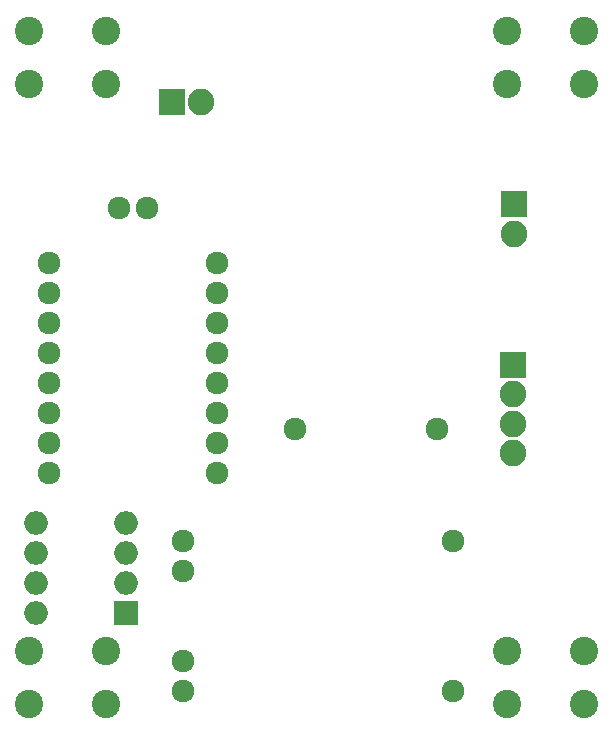
<source format=gbr>
G04 #@! TF.FileFunction,Soldermask,Bot*
%FSLAX46Y46*%
G04 Gerber Fmt 4.6, Leading zero omitted, Abs format (unit mm)*
G04 Created by KiCad (PCBNEW 4.0.6+dfsg1-1) date Sat Jan 20 11:22:17 2018*
%MOMM*%
%LPD*%
G01*
G04 APERTURE LIST*
%ADD10C,0.100000*%
%ADD11R,2.250000X2.250000*%
%ADD12C,2.250000*%
%ADD13C,1.924000*%
%ADD14R,2.000000X2.000000*%
%ADD15O,2.000000X2.000000*%
%ADD16C,2.400000*%
G04 APERTURE END LIST*
D10*
D11*
X146800000Y-95000000D03*
D12*
X149300000Y-95000000D03*
D13*
X147720000Y-142310000D03*
X147720000Y-134690000D03*
X147720000Y-132150000D03*
X147720000Y-144850000D03*
X170580000Y-132150000D03*
X170580000Y-144850000D03*
D14*
X142950000Y-138250000D03*
D15*
X135330000Y-130630000D03*
X142950000Y-135710000D03*
X135330000Y-133170000D03*
X142950000Y-133170000D03*
X135330000Y-135710000D03*
X142950000Y-130630000D03*
X135330000Y-138250000D03*
D13*
X150662000Y-126440000D03*
X150662000Y-123900000D03*
X150662000Y-121360000D03*
X150662000Y-118820000D03*
X150662000Y-116280000D03*
X150662000Y-113740000D03*
X150662000Y-111200000D03*
X150662000Y-108660000D03*
X136438000Y-126440000D03*
X136438000Y-123900000D03*
X136438000Y-121360000D03*
X136438000Y-118820000D03*
X136438000Y-116280000D03*
X136438000Y-113740000D03*
X136438000Y-111200000D03*
X136438000Y-108660000D03*
X144750000Y-103950000D03*
X142350000Y-103950000D03*
D16*
X134700000Y-93500000D03*
X134700000Y-89000000D03*
X141200000Y-93500000D03*
X141200000Y-89000000D03*
X175200000Y-93500000D03*
X175200000Y-89000000D03*
X181700000Y-93500000D03*
X181700000Y-89000000D03*
X175200000Y-146000000D03*
X175200000Y-141500000D03*
X181700000Y-146000000D03*
X181700000Y-141500000D03*
X134700000Y-146000000D03*
X134700000Y-141500000D03*
X141200000Y-146000000D03*
X141200000Y-141500000D03*
D11*
X175750000Y-103650000D03*
D12*
X175750000Y-106150000D03*
D11*
X175700000Y-117250000D03*
D12*
X175700000Y-119750000D03*
X175700000Y-122250000D03*
X175700000Y-124750000D03*
D13*
X157250000Y-122700000D03*
X169250000Y-122700000D03*
M02*

</source>
